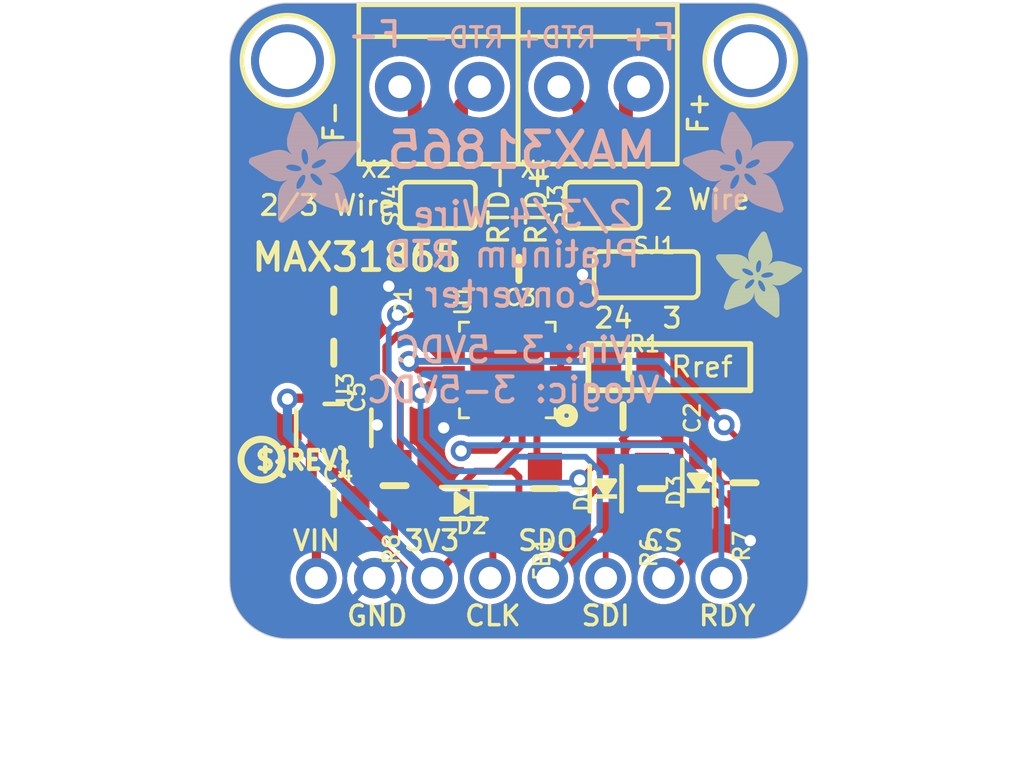
<source format=kicad_pcb>
(kicad_pcb (version 20221018) (generator pcbnew)
  (layers (0 "F.Cu" signal) (31 "B.Cu" signal) (34 "B.Paste" user) (35 "F.Paste" user) (36 "B.SilkS" user "B.Silkscreen") (37 "F.SilkS" user "F.Silkscreen") (38 "B.Mask" user) (39 "F.Mask" user) (44 "Edge.Cuts" user))
  (net 0 "")
  (net 1 "GND")
  (net 2 "VDD")
  (net 3 "N$2")
  (net 4 "N$1")
  (net 5 "RTDIN+")
  (net 6 "FORCE+")
  (net 7 "N$11")
  (net 8 "FORCE-")
  (net 9 "RTDIN-")
  (net 10 "N$12")
  (net 11 "N$13")
  (net 12 "N$14")
  (net 13 "SDI_5V")
  (net 14 "SCLK_5V")
  (net 15 "CS_5V")
  (net 16 "DRDY")
  (net 17 "SDO")
  (net 18 "VIN")
  (net 19 "N$3")
  (net 20 "N$4")
  (footprint "working:FIDUCIAL_1MM" (layer "F.Cu") (at 159.5501 97.2566 90)
    (fp_text reference "FID1" hide)
    (fp_text value "FIDUCIAL\"\"" hide)
    (pad "1" smd roundrect (at 0 0 90) (size 1 1) (layers "F.Cu" "F.Mask") (roundrect_rratio 0.5))
  )
  (footprint "working:SOD-323" (layer "F.Cu") (at 156.3751 112.1156 90)
    (fp_text reference "D3" (at -1.1 -1 90) (layer "F.SilkS") (effects (font (size 0.692831 0.692831) (thickness 0.119969)) (justify left)))
    (fp_text value "1N4148")
    (pad "A" smd rect (at 1.27 0 90) (size 1.35 0.8) (layers "F.Cu" "F.Paste" "F.Mask") (net 10 "N$12"))
    (pad "C" smd rect (at -1.27 0 90) (size 1.35 0.8) (layers "F.Cu" "F.Paste" "F.Mask") (net 15 "CS_5V"))
  )
  (footprint "working:QFN20_4MM_0.65MM" (layer "F.Cu") (at 147.9931 107.1626 90)
    (fp_text reference "U1" (at 2.313 -1.951 90) (layer "F.SilkS") (effects (font (size 0.692831 0.692831) (thickness 0.119969)) (justify left)))
    (fp_text value "MAX31865")
    (pad "1" smd rect (at -1.3 2.34 270) (size 0.35 0.95) (layers "F.Cu" "F.Paste" "F.Mask") (net 3 "N$2"))
    (pad "2" smd rect (at -0.65 2.34 270) (size 0.35 0.95) (layers "F.Cu" "F.Paste" "F.Mask") (net 3 "N$2"))
    (pad "3" smd rect (at 0 2.34 270) (size 0.35 0.95) (layers "F.Cu" "F.Paste" "F.Mask") (net 4 "N$1"))
    (pad "4" smd rect (at 0.65 2.34 270) (size 0.35 0.95) (layers "F.Cu" "F.Paste" "F.Mask") (net 4 "N$1"))
    (pad "5" smd rect (at 1.3 2.34 270) (size 0.35 0.95) (layers "F.Cu" "F.Paste" "F.Mask") (net 6 "FORCE+"))
    (pad "6" smd rect (at 2.34 1.3) (size 0.35 0.95) (layers "F.Cu" "F.Paste" "F.Mask") (net 7 "N$11"))
    (pad "7" smd rect (at 2.34 0.65) (size 0.35 0.95) (layers "F.Cu" "F.Paste" "F.Mask") (net 5 "RTDIN+"))
    (pad "8" smd rect (at 2.34 0) (size 0.35 0.95) (layers "F.Cu" "F.Paste" "F.Mask") (net 9 "RTDIN-"))
    (pad "9" smd rect (at 2.34 -0.65) (size 0.35 0.95) (layers "F.Cu" "F.Paste" "F.Mask") (net 8 "FORCE-"))
    (pad "10" smd rect (at 2.34 -1.3) (size 0.35 0.95) (layers "F.Cu" "F.Paste" "F.Mask") (net 1 "GND"))
    (pad "11" smd rect (at 1.3 -2.34 90) (size 0.35 0.95) (layers "F.Cu" "F.Paste" "F.Mask") (net 12 "N$14"))
    (pad "12" smd rect (at 0.65 -2.34 90) (size 0.35 0.95) (layers "F.Cu" "F.Paste" "F.Mask") (net 11 "N$13"))
    (pad "13" smd rect (at 0 -2.34 90) (size 0.35 0.95) (layers "F.Cu" "F.Paste" "F.Mask") (net 10 "N$12"))
    (pad "14" smd rect (at -0.65 -2.34 90) (size 0.35 0.95) (layers "F.Cu" "F.Paste" "F.Mask") (net 17 "SDO"))
    (pad "15" smd rect (at -1.3 -2.34 90) (size 0.35 0.95) (layers "F.Cu" "F.Paste" "F.Mask") (net 1 "GND"))
    (pad "16" smd rect (at -2.34 -1.3 180) (size 0.35 0.95) (layers "F.Cu" "F.Paste" "F.Mask") (net 1 "GND"))
    (pad "17" smd rect (at -2.34 -0.65 180) (size 0.35 0.95) (layers "F.Cu" "F.Paste" "F.Mask"))
    (pad "18" smd rect (at -2.34 0 180) (size 0.35 0.95) (layers "F.Cu" "F.Paste" "F.Mask") (net 16 "DRDY"))
    (pad "19" smd rect (at -2.34 0.65 180) (size 0.35 0.95) (layers "F.Cu" "F.Paste" "F.Mask") (net 2 "VDD"))
    (pad "20" smd rect (at -2.34 1.3 180) (size 0.35 0.95) (layers "F.Cu" "F.Paste" "F.Mask") (net 20 "N$4"))
    (pad "PAD" smd rect (at 0 0 90) (size 3.25 3.25) (layers "F.Cu" "F.Mask") (net 1 "GND"))
  )
  (footprint "working:0805-NO" (layer "F.Cu") (at 140.3731 113.0046)
    (fp_text reference "C4" (at -0.5715 -1.27) (layer "F.SilkS") (effects (font (size 0.692831 0.692831) (thickness 0.119969)) (justify left)))
    (fp_text value "10uF")
    (pad "1" smd rect (at -0.95 0) (size 1.24 1.5) (layers "F.Cu" "F.Paste" "F.Mask") (net 18 "VIN"))
    (pad "2" smd rect (at 0.95 0) (size 1.24 1.5) (layers "F.Cu" "F.Paste" "F.Mask") (net 1 "GND"))
  )
  (footprint "working:FIDUCIAL_1MM" (layer "F.Cu") (at 137.0711 115.4176 90)
    (fp_text reference "FID2" hide)
    (fp_text value "FIDUCIAL\"\"" hide)
    (pad "1" smd roundrect (at 0 0 90) (size 1 1) (layers "F.Cu" "F.Mask") (roundrect_rratio 0.5))
  )
  (footprint "working:0805-NO" (layer "F.Cu") (at 140.3731 106.4006)
    (fp_text reference "C5" (at 1.016 1.2065 90) (layer "F.SilkS") (effects (font (size 0.692831 0.692831) (thickness 0.119969)) (justify right)))
    (fp_text value "10uF")
    (pad "1" smd rect (at -0.95 0) (size 1.24 1.5) (layers "F.Cu" "F.Paste" "F.Mask") (net 2 "VDD"))
    (pad "2" smd rect (at 0.95 0) (size 1.24 1.5) (layers "F.Cu" "F.Paste" "F.Mask") (net 1 "GND"))
  )
  (footprint "working:MOUNTINGHOLE_2.5_PLATED" (layer "F.Cu") (at 138.3411 93.5736)
    (fp_text reference "U$18" hide)
    (fp_text value "MOUNTINGHOLE2.5" hide)
    (pad "P$1" thru_hole circle (at 0 0) (size 3.2 3.2) (drill 2.5) (layers "*.Cu" "*.Mask"))
    (zone (net 0) (net_name "") (layer "F.Cu") (connect_pads (clearance 0)) (min_thickness 0.25)
      (keepout (tracks not_allowed) (vias not_allowed) (pads not_allowed) (copperpour not_allowed) (footprints allowed))
      (fill (thermal_gap 0.5) (thermal_bridge_width 0.5))
      (polygon (pts (xy 140.3571 93.5736) (xy 140.33748 93.293027) (xy 140.279004 93.017915) (xy 140.182808 92.753619) (xy 140.050765 92.505283) (xy 139.885446 92.27774) (xy 139.690067 92.07542) (xy 139.468433 91.90226) (xy 139.224856 91.761631) (xy 138.964078 91.65627) (xy 138.691175 91.588228) (xy 138.411457 91.558828) (xy 138.130371 91.568644) (xy 137.853385 91.617484) (xy 137.585893 91.704397) (xy 137.3331 91.827693) (xy 137.099926 91.98497) (xy 136.890911 92.173169) (xy 136.710122 92.388625) (xy 136.561078 92.627145) (xy 136.44668 92.884087) (xy 136.369154 93.15445) (xy 136.330011 93.432971) (xy 136.330011 93.714229) (xy 136.369154 93.99275) (xy 136.44668 94.263113) (xy 136.561078 94.520055) (xy 136.710122 94.758575) (xy 136.890911 94.974031) (xy 137.099926 95.16223) (xy 137.3331 95.319507) (xy 137.585893 95.442803) (xy 137.853385 95.529716) (xy 138.130371 95.578556) (xy 138.411457 95.588372) (xy 138.691175 95.558972) (xy 138.964078 95.49093) (xy 139.224856 95.385569) (xy 139.468433 95.24494) (xy 139.690067 95.07178) (xy 139.885446 94.86946) (xy 140.050765 94.641917) (xy 140.182808 94.393581) (xy 140.279004 94.129285) (xy 140.33748 93.854173)))
      (polygon (pts (xy 138.3251 93.5736) (xy 138.329786 93.584914) (xy 138.3411 93.5896) (xy 138.352414 93.584914) (xy 138.3571 93.5736) (xy 138.352414 93.562286) (xy 138.3411 93.5576) (xy 138.329786 93.562286)))
    )
    (zone (net 0) (net_name "") (layer "B.Cu") (connect_pads (clearance 0)) (min_thickness 0.25)
      (keepout (tracks not_allowed) (vias not_allowed) (pads not_allowed) (copperpour not_allowed) (footprints allowed))
      (fill (thermal_gap 0.5) (thermal_bridge_width 0.5))
      (polygon (pts (xy 140.3571 93.5736) (xy 140.33748 93.293027) (xy 140.279004 93.017915) (xy 140.182808 92.753619) (xy 140.050765 92.505283) (xy 139.885446 92.27774) (xy 139.690067 92.07542) (xy 139.468433 91.90226) (xy 139.224856 91.761631) (xy 138.964078 91.65627) (xy 138.691175 91.588228) (xy 138.411457 91.558828) (xy 138.130371 91.568644) (xy 137.853385 91.617484) (xy 137.585893 91.704397) (xy 137.3331 91.827693) (xy 137.099926 91.98497) (xy 136.890911 92.173169) (xy 136.710122 92.388625) (xy 136.561078 92.627145) (xy 136.44668 92.884087) (xy 136.369154 93.15445) (xy 136.330011 93.432971) (xy 136.330011 93.714229) (xy 136.369154 93.99275) (xy 136.44668 94.263113) (xy 136.561078 94.520055) (xy 136.710122 94.758575) (xy 136.890911 94.974031) (xy 137.099926 95.16223) (xy 137.3331 95.319507) (xy 137.585893 95.442803) (xy 137.853385 95.529716) (xy 138.130371 95.578556) (xy 138.411457 95.588372) (xy 138.691175 95.558972) (xy 138.964078 95.49093) (xy 139.224856 95.385569) (xy 139.468433 95.24494) (xy 139.690067 95.07178) (xy 139.885446 94.86946) (xy 140.050765 94.641917) (xy 140.182808 94.393581) (xy 140.279004 94.129285) (xy 140.33748 93.854173)))
      (polygon (pts (xy 138.3251 93.5736) (xy 138.329786 93.584914) (xy 138.3411 93.5896) (xy 138.352414 93.584914) (xy 138.3571 93.5736) (xy 138.352414 93.562286) (xy 138.3411 93.5576) (xy 138.329786 93.562286)))
    )
  )
  (footprint "working:PCBFEAT-REV-040" (layer "F.Cu") (at 137.1981 111.0996)
    (fp_text reference "U$8" hide)
    (fp_text value "" hide)
    (fp_text user "${REV}" (at -0.3556 0.508) (layer "F.SilkS") (effects (font (size 0.8128 0.8128) (thickness 0.2032)) (justify left bottom)))
  )
  (footprint "working:SOD-323" (layer "F.Cu") (at 152.3111 112.3696 90)
    (fp_text reference "D1" (at -1.1 -1 90) (layer "F.SilkS") (effects (font (size 0.692831 0.692831) (thickness 0.119969)) (justify left)))
    (fp_text value "1N4148")
    (pad "A" smd rect (at 1.27 0 90) (size 1.35 0.8) (layers "F.Cu" "F.Paste" "F.Mask") (net 12 "N$14"))
    (pad "C" smd rect (at -1.27 0 90) (size 1.35 0.8) (layers "F.Cu" "F.Paste" "F.Mask") (net 13 "SDI_5V"))
  )
  (footprint "working:TERMBLOCK_1X2-3.5MM" (layer "F.Cu") (at 152.0571 94.7166 180)
    (fp_text reference "X1" (at 2.08 -3.636) (layer "F.SilkS") (effects (font (size 0.692831 0.692831) (thickness 0.119969)) (justify right)))
    (fp_text value "3.5mm")
    (pad "1" thru_hole circle (at 1.8 0 180) (size 2.1844 2.1844) (drill 1) (layers "*.Cu" "*.Mask") (net 5 "RTDIN+"))
    (pad "2" thru_hole circle (at -1.7 0 180) (size 2.1844 2.1844) (drill 1) (layers "*.Cu" "*.Mask") (net 6 "FORCE+"))
  )
  (footprint "working:SOD-323" (layer "F.Cu") (at 146.0881 113.0046 180)
    (fp_text reference "D2" (at -1.1 -1) (layer "F.SilkS") (effects (font (size 0.692831 0.692831) (thickness 0.119969)) (justify right)))
    (fp_text value "1N4148")
    (pad "A" smd rect (at 1.27 0 180) (size 1.35 0.8) (layers "F.Cu" "F.Paste" "F.Mask") (net 11 "N$13"))
    (pad "C" smd rect (at -1.27 0 180) (size 1.35 0.8) (layers "F.Cu" "F.Paste" "F.Mask") (net 14 "SCLK_5V"))
  )
  (footprint "working:0805-NO" (layer "F.Cu") (at 149.6441 112.3696 -90)
    (fp_text reference "FB1" (at 2.032 0.127 90) (layer "F.SilkS") (effects (font (size 0.692831 0.692831) (thickness 0.119969)) (justify right)))
    (fp_text value "")
    (pad "1" smd rect (at -0.95 0 270) (size 1.24 1.5) (layers "F.Cu" "F.Paste" "F.Mask") (net 20 "N$4"))
    (pad "2" smd rect (at 0.95 0 270) (size 1.24 1.5) (layers "F.Cu" "F.Paste" "F.Mask") (net 2 "VDD"))
  )
  (footprint "working:SOLDERJUMPER_ARROW_NOPASTE" (layer "F.Cu") (at 152.1841 99.9236)
    (fp_text reference "SJ3" (at -2.032 1.016 90) (layer "F.SilkS") (effects (font (size 0.692831 0.692831) (thickness 0.119969)) (justify left)))
    (fp_text value "")
    (fp_poly (pts (xy 0.201021 0) (xy -0.560979 0.762) (xy -1.1684 0.762) (xy -1.1684 -0.762) (xy -0.560979 -0.762)) (fill solid) (layer "F.Cu"))
    (fp_poly (pts (xy 1.1684 0.762) (xy -0.186831 0.762) (xy 0.548892 0) (xy -0.186831 -0.762) (xy 1.1684 -0.762)) (fill solid) (layer "F.Cu"))
    (pad "1" smd roundrect (at -1.016 0) (size 0.762 1.524) (layers "F.Cu") (net 5 "RTDIN+"))
    (pad "2" smd roundrect (at 1.016 0) (size 0.762 1.524) (layers "F.Cu") (net 6 "FORCE+"))
  )
  (footprint "working:0805-NO" (layer "F.Cu") (at 153.3271 107.0356 180)
    (fp_text reference "R1" (at 0.0635 1.016) (layer "F.SilkS") (effects (font (size 0.692831 0.692831) (thickness 0.119969)) (justify left)))
    (fp_text value "430Ω / 4300Ω 0.1%")
    (pad "1" smd rect (at -0.95 0 180) (size 1.24 1.5) (layers "F.Cu" "F.Paste" "F.Mask") (net 4 "N$1"))
    (pad "2" smd rect (at 0.95 0 180) (size 1.24 1.5) (layers "F.Cu" "F.Paste" "F.Mask") (net 3 "N$2"))
  )
  (footprint "working:0805-NO" (layer "F.Cu") (at 140.3731 104.1146)
    (fp_text reference "C1" (at 3.048 0.8255 90) (layer "F.SilkS") (effects (font (size 0.692831 0.692831) (thickness 0.119969)) (justify left)))
    (fp_text value "0.1uF")
    (pad "1" smd rect (at -0.95 0) (size 1.24 1.5) (layers "F.Cu" "F.Paste" "F.Mask") (net 2 "VDD"))
    (pad "2" smd rect (at 0.95 0) (size 1.24 1.5) (layers "F.Cu" "F.Paste" "F.Mask") (net 1 "GND"))
  )
  (footprint "working:1X08_ROUND_70" (layer "F.Cu") (at 148.5011 116.3066)
    (fp_text reference "JP1" hide)
    (fp_text value "")
    (pad "1" thru_hole circle (at -8.89 0 90) (size 1.778 1.778) (drill 1) (layers "*.Cu" "*.Mask") (net 18 "VIN"))
    (pad "2" thru_hole circle (at -6.35 0 90) (size 1.778 1.778) (drill 1) (layers "*.Cu" "*.Mask") (net 1 "GND"))
    (pad "3" thru_hole circle (at -3.81 0 90) (size 1.778 1.778) (drill 1) (layers "*.Cu" "*.Mask") (net 2 "VDD"))
    (pad "4" thru_hole circle (at -1.27 0 90) (size 1.778 1.778) (drill 1) (layers "*.Cu" "*.Mask") (net 14 "SCLK_5V"))
    (pad "5" thru_hole circle (at 1.27 0 90) (size 1.778 1.778) (drill 1) (layers "*.Cu" "*.Mask") (net 17 "SDO"))
    (pad "6" thru_hole circle (at 3.81 0 90) (size 1.778 1.778) (drill 1) (layers "*.Cu" "*.Mask") (net 13 "SDI_5V"))
    (pad "7" thru_hole circle (at 6.35 0 90) (size 1.778 1.778) (drill 1) (layers "*.Cu" "*.Mask") (net 15 "CS_5V"))
    (pad "8" thru_hole circle (at 8.89 0 90) (size 1.778 1.778) (drill 1) (layers "*.Cu" "*.Mask") (net 16 "DRDY"))
  )
  (footprint "working:0805-NO" (layer "F.Cu") (at 148.5011 102.7176 180)
    (fp_text reference "C3" (at -0.8255 -1.27) (layer "F.SilkS") (effects (font (size 0.692831 0.692831) (thickness 0.119969)) (justify right)))
    (fp_text value "100nF")
    (pad "1" smd rect (at -0.95 0 180) (size 1.24 1.5) (layers "F.Cu" "F.Paste" "F.Mask") (net 5 "RTDIN+"))
    (pad "2" smd rect (at 0.95 0 180) (size 1.24 1.5) (layers "F.Cu" "F.Paste" "F.Mask") (net 9 "RTDIN-"))
  )
  (footprint "working:MOUNTINGHOLE_2.5_PLATED" (layer "F.Cu") (at 158.6611 93.5736)
    (fp_text reference "U$19" hide)
    (fp_text value "MOUNTINGHOLE2.5" hide)
    (pad "P$1" thru_hole circle (at 0 0) (size 3.2 3.2) (drill 2.5) (layers "*.Cu" "*.Mask"))
    (zone (net 0) (net_name "") (layer "F.Cu") (connect_pads (clearance 0)) (min_thickness 0.25)
      (keepout (tracks not_allowed) (vias not_allowed) (pads not_allowed) (copperpour not_allowed) (footprints allowed))
      (fill (thermal_gap 0.5) (thermal_bridge_width 0.5))
      (polygon (pts (xy 160.6771 93.5736) (xy 160.65748 93.293027) (xy 160.599004 93.017915) (xy 160.502808 92.753619) (xy 160.370765 92.505283) (xy 160.205446 92.27774) (xy 160.010067 92.07542) (xy 159.788433 91.90226) (xy 159.544856 91.761631) (xy 159.284078 91.65627) (xy 159.011175 91.588228) (xy 158.731457 91.558828) (xy 158.450371 91.568644) (xy 158.173385 91.617484) (xy 157.905893 91.704397) (xy 157.6531 91.827693) (xy 157.419926 91.98497) (xy 157.210911 92.173169) (xy 157.030122 92.388625) (xy 156.881078 92.627145) (xy 156.76668 92.884087) (xy 156.689154 93.15445) (xy 156.650011 93.432971) (xy 156.650011 93.714229) (xy 156.689154 93.99275) (xy 156.76668 94.263113) (xy 156.881078 94.520055) (xy 157.030122 94.758575) (xy 157.210911 94.974031) (xy 157.419926 95.16223) (xy 157.6531 95.319507) (xy 157.905893 95.442803) (xy 158.173385 95.529716) (xy 158.450371 95.578556) (xy 158.731457 95.588372) (xy 159.011175 95.558972) (xy 159.284078 95.49093) (xy 159.544856 95.385569) (xy 159.788433 95.24494) (xy 160.010067 95.07178) (xy 160.205446 94.86946) (xy 160.370765 94.641917) (xy 160.502808 94.393581) (xy 160.599004 94.129285) (xy 160.65748 93.854173)))
      (polygon (pts (xy 158.6451 93.5736) (xy 158.649786 93.584914) (xy 158.6611 93.5896) (xy 158.672414 93.584914) (xy 158.6771 93.5736) (xy 158.672414 93.562286) (xy 158.6611 93.5576) (xy 158.649786 93.562286)))
    )
    (zone (net 0) (net_name "") (layer "B.Cu") (connect_pads (clearance 0)) (min_thickness 0.25)
      (keepout (tracks not_allowed) (vias not_allowed) (pads not_allowed) (copperpour not_allowed) (footprints allowed))
      (fill (thermal_gap 0.5) (thermal_bridge_width 0.5))
      (polygon (pts (xy 160.6771 93.5736) (xy 160.65748 93.293027) (xy 160.599004 93.017915) (xy 160.502808 92.753619) (xy 160.370765 92.505283) (xy 160.205446 92.27774) (xy 160.010067 92.07542) (xy 159.788433 91.90226) (xy 159.544856 91.761631) (xy 159.284078 91.65627) (xy 159.011175 91.588228) (xy 158.731457 91.558828) (xy 158.450371 91.568644) (xy 158.173385 91.617484) (xy 157.905893 91.704397) (xy 157.6531 91.827693) (xy 157.419926 91.98497) (xy 157.210911 92.173169) (xy 157.030122 92.388625) (xy 156.881078 92.627145) (xy 156.76668 92.884087) (xy 156.689154 93.15445) (xy 156.650011 93.432971) (xy 156.650011 93.714229) (xy 156.689154 93.99275) (xy 156.76668 94.263113) (xy 156.881078 94.520055) (xy 157.030122 94.758575) (xy 157.210911 94.974031) (xy 157.419926 95.16223) (xy 157.6531 95.319507) (xy 157.905893 95.442803) (xy 158.173385 95.529716) (xy 158.450371 95.578556) (xy 158.731457 95.588372) (xy 159.011175 95.558972) (xy 159.284078 95.49093) (xy 159.544856 95.385569) (xy 159.788433 95.24494) (xy 160.010067 95.07178) (xy 160.205446 94.86946) (xy 160.370765 94.641917) (xy 160.502808 94.393581) (xy 160.599004 94.129285) (xy 160.65748 93.854173)))
      (polygon (pts (xy 158.6451 93.5736) (xy 158.649786 93.584914) (xy 158.6611 93.5896) (xy 158.672414 93.584914) (xy 158.6771 93.5736) (xy 158.672414 93.562286) (xy 158.6611 93.5576) (xy 158.649786 93.562286)))
    )
  )
  (footprint "working:TERMBLOCK_1X2-3.5MM" (layer "F.Cu") (at 145.0721 94.7166 180)
    (fp_text reference "X2" (at 2.08 -3.636) (layer "F.SilkS") (effects (font (size 0.692831 0.692831) (thickness 0.119969)) (justify right)))
    (fp_text value "3.5mm")
    (pad "1" thru_hole circle (at 1.8 0 180) (size 2.1844 2.1844) (drill 1) (layers "*.Cu" "*.Mask") (net 8 "FORCE-"))
    (pad "2" thru_hole circle (at -1.7 0 180) (size 2.1844 2.1844) (drill 1) (layers "*.Cu" "*.Mask") (net 9 "RTDIN-"))
  )
  (footprint "working:SOLDERJUMPER_ARROW_NOPASTE" (layer "F.Cu") (at 144.9451 99.9236)
    (fp_text reference "SJ4" (at -2.032 1.016 90) (layer "F.SilkS") (effects (font (size 0.692831 0.692831) (thickness 0.119969)) (justify left)))
    (fp_text value "")
    (fp_poly (pts (xy 0.201021 0) (xy -0.560979 0.762) (xy -1.1684 0.762) (xy -1.1684 -0.762) (xy -0.560979 -0.762)) (fill solid) (layer "F.Cu"))
    (fp_poly (pts (xy 1.1684 0.762) (xy -0.186831 0.762) (xy 0.548892 0) (xy -0.186831 -0.762) (xy 1.1684 -0.762)) (fill solid) (layer "F.Cu"))
    (pad "1" smd roundrect (at -1.016 0) (size 0.762 1.524) (layers "F.Cu") (net 8 "FORCE-"))
    (pad "2" smd roundrect (at 1.016 0) (size 0.762 1.524) (layers "F.Cu") (net 9 "RTDIN-"))
  )
  (footprint "working:SOLDERJUMPER_2WAY_OPEN_NOPASTE" (layer "F.Cu") (at 154.0891 102.9716)
    (fp_text reference "SJ1" (at -0.635 -1.27) (layer "F.SilkS") (effects (font (size 0.692831 0.692831) (thickness 0.119969)) (justify left)))
    (fp_text value "")
    (pad "1" smd rect (at -1.397 0) (size 1.1684 1.6002) (layers "F.Cu") (net 1 "GND"))
    (pad "2" smd rect (at 0 0) (size 1.1684 1.6002) (layers "F.Cu") (net 7 "N$11"))
    (pad "3" smd rect (at 1.397 0) (size 1.1684 1.6002) (layers "F.Cu") (net 6 "FORCE+"))
  )
  (footprint "working:0805-NO" (layer "F.Cu") (at 154.3431 112.3696 -90)
    (fp_text reference "R6" (at 2.032 0.127 90) (layer "F.SilkS") (effects (font (size 0.692831 0.692831) (thickness 0.119969)) (justify right)))
    (fp_text value "10K")
    (pad "1" smd rect (at -0.95 0 270) (size 1.24 1.5) (layers "F.Cu" "F.Paste" "F.Mask") (net 12 "N$14"))
    (pad "2" smd rect (at 0.95 0 270) (size 1.24 1.5) (layers "F.Cu" "F.Paste" "F.Mask") (net 2 "VDD"))
  )
  (footprint "working:0805-NO" (layer "F.Cu") (at 153.0731 109.1946)
    (fp_text reference "C2" (at 3.048 0.8255 90) (layer "F.SilkS") (effects (font (size 0.692831 0.692831) (thickness 0.119969)) (justify left)))
    (fp_text value "0.1uF")
    (pad "1" smd rect (at -0.95 0) (size 1.24 1.5) (layers "F.Cu" "F.Paste" "F.Mask") (net 20 "N$4"))
    (pad "2" smd rect (at 0.95 0) (size 1.24 1.5) (layers "F.Cu" "F.Paste" "F.Mask") (net 1 "GND"))
  )
  (footprint "working:0805-NO" (layer "F.Cu") (at 158.4071 112.1156 -90)
    (fp_text reference "R7" (at 2.032 0.127 90) (layer "F.SilkS") (effects (font (size 0.692831 0.692831) (thickness 0.119969)) (justify right)))
    (fp_text value "10K")
    (pad "1" smd rect (at -0.95 0 270) (size 1.24 1.5) (layers "F.Cu" "F.Paste" "F.Mask") (net 10 "N$12"))
    (pad "2" smd rect (at 0.95 0 270) (size 1.24 1.5) (layers "F.Cu" "F.Paste" "F.Mask") (net 2 "VDD"))
  )
  (footprint "working:SOT23-5" (layer "F.Cu") (at 140.3731 109.7026)
    (fp_text reference "U3" (at 0.508 -0.962 90) (layer "F.SilkS") (effects (font (size 0.692831 0.692831) (thickness 0.119969)) (justify left)))
    (fp_text value "MIC5225-3.3")
    (pad "1" smd rect (at -0.95 1.3001) (size 0.55 1.2) (layers "F.Cu" "F.Paste" "F.Mask") (net 18 "VIN"))
    (pad "2" smd rect (at 0 1.3001) (size 0.55 1.2) (layers "F.Cu" "F.Paste" "F.Mask") (net 1 "GND"))
    (pad "3" smd rect (at 0.95 1.3001) (size 0.55 1.2) (layers "F.Cu" "F.Paste" "F.Mask") (net 18 "VIN"))
    (pad "4" smd rect (at 0.95 -1.3001) (size 0.55 1.2) (layers "F.Cu" "F.Paste" "F.Mask"))
    (pad "5" smd rect (at -0.95 -1.3001) (size 0.55 1.2) (layers "F.Cu" "F.Paste" "F.Mask") (net 2 "VDD"))
  )
  (footprint "working:0805-NO" (layer "F.Cu") (at 143.0401 112.2426 -90)
    (fp_text reference "R8" (at 2.032 0.127 90) (layer "F.SilkS") (effects (font (size 0.692831 0.692831) (thickness 0.119969)) (justify right)))
    (fp_text value "10K")
    (pad "1" smd rect (at -0.95 0 270) (size 1.24 1.5) (layers "F.Cu" "F.Paste" "F.Mask") (net 11 "N$13"))
    (pad "2" smd rect (at 0.95 0 270) (size 1.24 1.5) (layers "F.Cu" "F.Paste" "F.Mask") (net 2 "VDD"))
  )
  (footprint "working:ADAFRUIT_3.5MM" (layer "F.Cu") (at 157.1371 104.8766)
    (fp_text reference "U$16" hide)
    (fp_text value "" hide)
  )
  (footprint "working:ADAFRUIT_5MM" (layer "B.Cu") (at 160.5661 100.6856 180)
    (fp_text reference "U$21" hide)
    (fp_text value "" hide)
  )
  (footprint "working:ADAFRUIT_5MM" (layer "B.Cu") (at 141.5161 100.6856 180)
    (fp_text reference "U$20" hide)
    (fp_text value "" hide)
  )
  (gr_line (start 151.5491 108.0516) (end 151.5491 106.0196) (stroke (width 0.254)) (layer "F.SilkS"))
  (gr_line (start 158.6611 108.0516) (end 151.5491 108.0516) (stroke (width 0.254)) (layer "F.SilkS"))
  (gr_line (start 158.6611 106.0196) (end 158.6611 108.0516) (stroke (width 0.254)) (layer "F.SilkS"))
  (gr_line (start 151.5491 106.0196) (end 158.6611 106.0196) (stroke (width 0.254)) (layer "F.SilkS"))
  (gr_line (start 161.2011 116.4336) (end 161.2011 93.5736) (stroke (width 0.05)) (layer "Edge.Cuts"))
  (gr_line (start 158.6611 91.0336) (end 138.3411 91.0336) (stroke (width 0.05)) (layer "Edge.Cuts"))
  (gr_line (start 135.8011 93.5736) (end 135.8011 116.4336) (stroke (width 0.05)) (layer "Edge.Cuts"))
  (gr_arc (start 161.2011 116.4336) (mid 160.457151 118.229651) (end 158.6611 118.9736) (stroke (width 0.05)) (layer "Edge.Cuts"))
  (gr_line (start 138.3411 118.9736) (end 158.6611 118.9736) (stroke (width 0.05)) (layer "Edge.Cuts"))
  (gr_arc (start 138.3411 118.9736) (mid 136.545049 118.229651) (end 135.8011 116.4336) (stroke (width 0.05)) (layer "Edge.Cuts"))
  (gr_arc (start 135.8011 93.5736) (mid 136.545049 91.777549) (end 138.3411 91.0336) (stroke (width 0.05)) (layer "Edge.Cuts"))
  (gr_arc (start 158.6611 91.0336) (mid 160.457151 91.777549) (end 161.2011 93.5736) (stroke (width 0.05)) (layer "Edge.Cuts"))
  (gr_text "Vin: 3-5VDC\nVlogic: 3-5VDC" (at 148.2471 107.1626) (layer "B.SilkS") (effects (font (size 1.0922 1.0922) (thickness 0.1778)) (justify mirror)))
  (gr_text "MAX31865" (at 148.6281 97.5106) (layer "B.SilkS") (effects (font (size 1.52908 1.52908) (thickness 0.24892)) (justify mirror)))
  (gr_text "RTD+" (at 150.1521 92.5576) (layer "B.SilkS") (effects (font (size 0.87376 0.87376) (thickness 0.14224)) (justify mirror)))
  (gr_text "2/3/4 Wire \nPlatinum RTD\nConverter" (at 148.2471 102.0826) (layer "B.SilkS") (effects (font (size 1.0922 1.0922) (thickness 0.1778)) (justify mirror)))
  (gr_text "RTD-" (at 146.0881 92.5576) (layer "B.SilkS") (effects (font (size 0.87376 0.87376) (thickness 0.14224)) (justify mirror)))
  (gr_text "F-" (at 142.1511 92.4306) (layer "B.SilkS") (effects (font (size 1.0922 1.0922) (thickness 0.1778)) (justify mirror)))
  (gr_text "F+" (at 154.2161 92.5576) (layer "B.SilkS") (effects (font (size 1.0922 1.0922) (thickness 0.1778)) (justify mirror)))
  (gr_text "RTD-" (at 147.6121 99.9236 90) (layer "F.SilkS") (effects (font (size 0.8636 0.8636) (thickness 0.1524))))
  (gr_text "RTD+" (at 149.2631 99.9236 90) (layer "F.SilkS") (effects (font (size 0.8636 0.8636) (thickness 0.1524))))
  (gr_text "Rref" (at 155.1051 107.5436) (layer "F.SilkS") (effects (font (size 0.88392 0.88392) (thickness 0.13208)) (justify left bottom)))
  (gr_text "SDI" (at 152.3111 117.9576) (layer "F.SilkS") (effects (font (size 0.8636 0.8636) (thickness 0.1524))))
  (gr_text "24" (at 153.5811 104.3686) (layer "F.SilkS") (effects (font (size 0.87376 0.87376) (thickness 0.14224)) (justify right top)))
  (gr_text "CS" (at 154.8511 114.6556) (layer "F.SilkS") (effects (font (size 0.8636 0.8636) (thickness 0.1524))))
  (gr_text "MAX31865" (at 141.3891 102.2096) (layer "F.SilkS") (effects (font (size 1.18745 1.18745) (thickness 0.20955))))
  (gr_text "2/3 Wire" (at 143.1671 99.4156) (layer "F.SilkS") (effects (font (size 0.87376 0.87376) (thickness 0.14224)) (justify right top)))
  (gr_text "GND" (at 142.2781 117.9576) (layer "F.SilkS") (effects (font (size 0.8636 0.8636) (thickness 0.1524))))
  (gr_text "SDO" (at 149.7711 114.6556) (layer "F.SilkS") (effects (font (size 0.8636 0.8636) (thickness 0.1524))))
  (gr_text "CLK" (at 147.3581 117.9576) (layer "F.SilkS") (effects (font (size 0.8636 0.8636) (thickness 0.1524))))
  (gr_text "RDY" (at 157.6451 117.9576) (layer "F.SilkS") (effects (font (size 0.8636 0.8636) (thickness 0.1524))))
  (gr_text "3V3" (at 144.6911 114.6556) (layer "F.SilkS") (effects (font (size 0.8636 0.8636) (thickness 0.1524))))
  (gr_text "F+" (at 156.3751 95.8596 90) (layer "F.SilkS") (effects (font (size 0.8636 0.8636) (thickness 0.1524))))
  (gr_text "VIN" (at 139.6111 114.6556) (layer "F.SilkS") (effects (font (size 0.8636 0.8636) (thickness 0.1524))))
  (gr_text "F-" (at 140.3731 96.2406 90) (layer "F.SilkS") (effects (font (size 0.8636 0.8636) (thickness 0.1524))))
  (gr_text "2 Wire" (at 154.3431 100.1776) (layer "F.SilkS") (effects (font (size 0.87376 0.87376) (thickness 0.14224)) (justify left bottom)))
  (gr_text "3" (at 155.7401 104.3686) (layer "F.SilkS") (effects (font (size 0.87376 0.87376) (thickness 0.14224)) (justify right top)))
  (segment (start 141.3231 112.6846) (end 141.3231 113.0046) (width 0.4064) (layer "F.Cu") (net 1))
  (segment (start 140.3731 111.0027) (end 140.3731 111.7346) (width 0.4064) (layer "F.Cu") (net 1))
  (segment (start 147.9931 107.1626) (end 148.8821 108.0516) (width 0.3048) (layer "F.Cu") (net 1))
  (segment (start 147.9931 107.1626) (end 146.6931 108.4626) (width 0.254) (layer "F.Cu") (net 1))
  (segment (start 140.3731 111.7346) (end 141.3231 112.6846) (width 0.4064) (layer "F.Cu") (net 1))
  (segment (start 146.6931 109.5026) (end 146.6931 108.2086) (width 0.254) (layer "F.Cu") (net 1))
  (segment (start 146.6931 108.4626) (end 145.6531 108.4626) (width 0.254) (layer "F.Cu") (net 1))
  (segment (start 146.6931 104.8226) (end 146.6931 105.6086) (width 0.254) (layer "F.Cu") (net 1))
  (via (at 158.6611 114.6556) (size 0.9064) (drill 0.5) (layers "F.Cu" "B.Cu") (net 1))
  (via (at 151.2951 102.9716) (size 0.9064) (drill 0.5) (layers "F.Cu" "B.Cu") (net 1))
  (via (at 145.1991 109.7026) (size 0.9064) (drill 0.5) (layers "F.Cu" "B.Cu") (net 1))
  (via (at 142.7861 103.4796) (size 0.9064) (drill 0.5) (layers "F.Cu" "B.Cu") (net 1))
  (via (at 142.2781 109.5756) (size 0.9064) (drill 0.5) (layers "F.Cu" "B.Cu") (net 1))
  (segment (start 146.5961 111.6076) (end 146.0881 112.1156) (width 0.3048) (layer "F.Cu") (net 2))
  (segment (start 148.5011 113.0046) (end 148.5011 111.8616) (width 0.3048) (layer "F.Cu") (net 2))
  (segment (start 146.0881 114.9096) (end 144.6911 116.3066) (width 0.3048) (layer "F.Cu") (net 2))
  (segment (start 148.8161 113.3196) (end 148.5011 113.0046) (width 0.3048) (layer "F.Cu") (net 2))
  (segment (start 139.4231 106.4006) (end 139.4231 104.1146) (width 0.4064) (layer "F.Cu") (net 2))
  (segment (start 152.8191 112.3696) (end 153.5811 113.1316) (width 0.254) (layer "F.Cu") (net 2))
  (segment (start 154.7241 113.2586) (end 154.2161 113.2586) (width 0.3048) (layer "F.Cu") (net 2))
  (segment (start 138.3712 108.4025) (end 138.3411 108.4326) (width 0.4064) (layer "F.Cu") (net 2))
  (segment (start 154.1551 113.1316) (end 154.3431 113.3196) (width 0.254) (layer "F.Cu") (net 2))
  (segment (start 156.8831 112.2426) (end 157.7721 113.1316) (width 0.3048) (layer "F.Cu") (net 2))
  (segment (start 147.4851 111.6076) (end 148.2471 111.6076) (width 0.3048) (layer "F.Cu") (net 2))
  (segment (start 154.3431 113.3196) (end 154.6631 113.3196) (width 0.3048) (layer "F.Cu") (net 2))
  (segment (start 155.7401 112.2426) (end 154.7241 113.2586) (width 0.3048) (layer "F.Cu") (net 2))
  (segment (start 154.6631 113.3196) (end 154.7241 113.2586) (width 0.3048) (layer "F.Cu") (net 2))
  (segment (start 148.6431 109.5026) (end 148.6431 110.4496) (width 0.3048) (layer "F.Cu") (net 2))
  (segment (start 151.9301 112.3696) (end 152.8191 112.3696) (width 0.254) (layer "F.Cu") (net 2))
  (segment (start 148.2471 111.6076) (end 148.5011 111.8616) (width 0.3048) (layer "F.Cu") (net 2))
  (segment (start 139.4231 108.4025) (end 139.4231 106.4006) (width 0.4064) (layer "F.Cu") (net 2))
  (segment (start 150.9801 113.3196) (end 149.6441 113.3196) (width 0.254) (layer "F.Cu") (net 2))
  (segment (start 157.7721 113.1316) (end 158.3411 113.1316) (width 0.3048) (layer "F.Cu") (net 2))
  (segment (start 155.7401 112.2426) (end 156.8831 112.2426) (width 0.3048) (layer "F.Cu") (net 2))
  (segment (start 139.4231 108.4025) (end 138.3712 108.4025) (width 0.4064) (layer "F.Cu") (net 2))
  (segment (start 146.0881 112.1156) (end 146.0881 114.9096) (width 0.3048) (layer "F.Cu") (net 2))
  (segment (start 143.0401 114.6556) (end 143.0401 113.1926) (width 0.3048) (layer "F.Cu") (net 2))
  (segment (start 150.9801 113.3196) (end 151.9301 112.3696) (width 0.254) (layer "F.Cu") (net 2))
  (segment (start 148.6431 110.4496) (end 147.4851 111.6076) (width 0.3048) (layer "F.Cu") (net 2))
  (segment (start 144.6911 116.3066) (end 143.0401 114.6556) (width 0.3048) (layer "F.Cu") (net 2))
  (segment (start 147.4851 111.6076) (end 146.5961 111.6076) (width 0.3048) (layer "F.Cu") (net 2))
  (segment (start 158.3411 113.1316) (end 158.4071 113.0656) (width 0.3048) (layer "F.Cu") (net 2))
  (segment (start 149.6441 113.3196) (end 148.8161 113.3196) (width 0.3048) (layer "F.Cu") (net 2))
  (segment (start 153.5811 113.1316) (end 154.1551 113.1316) (width 0.254) (layer "F.Cu") (net 2))
  (via (at 138.3411 108.4326) (size 0.9064) (drill 0.5) (layers "F.Cu" "B.Cu") (net 2))
  (segment (start 138.3411 109.9566) (end 144.6911 116.3066) (width 0.4064) (layer "B.Cu") (net 2))
  (segment (start 138.3411 108.4326) (end 138.3411 109.9566) (width 0.4064) (layer "B.Cu") (net 2))
  (segment (start 151.0411 107.7976) (end 151.8031 107.0356) (width 0.3048) (layer "F.Cu") (net 3))
  (segment (start 151.8031 107.0356) (end 152.3771 107.0356) (width 0.3048) (layer "F.Cu") (net 3))
  (segment (start 150.3331 108.4626) (end 151.0411 108.4626) (width 0.3048) (layer "F.Cu") (net 3))
  (segment (start 150.3331 107.7976) (end 150.3331 107.8126) (width 0.3048) (layer "F.Cu") (net 3))
  (segment (start 151.0411 108.4626) (end 151.0411 107.7976) (width 0.3048) (layer "F.Cu") (net 3))
  (segment (start 151.0411 107.7976) (end 150.3331 107.7976) (width 0.3048) (layer "F.Cu") (net 3))
  (segment (start 153.9621 106.1466) (end 154.2771 106.4616) (width 0.254) (layer "F.Cu") (net 4))
  (segment (start 150.3331 107.1626) (end 150.3331 106.5126) (width 0.3048) (layer "F.Cu") (net 4))
  (segment (start 151.5491 105.8926) (end 153.7081 105.8926) (width 0.3048) (layer "F.Cu") (net 4))
  (segment (start 154.2771 106.4616) (end 154.2771 107.0356) (width 0.254) (layer "F.Cu") (net 4))
  (segment (start 153.7081 105.8926) (end 153.9621 106.1466) (width 0.3048) (layer "F.Cu") (net 4))
  (segment (start 150.9291 106.5126) (end 151.5491 105.8926) (width 0.3048) (layer "F.Cu") (net 4))
  (segment (start 150.3331 106.5126) (end 150.9291 106.5126) (width 0.3048) (layer "F.Cu") (net 4))
  (segment (start 150.2571 94.7166) (end 151.1681 95.6276) (width 0.6096) (layer "F.Cu") (net 5))
  (segment (start 148.6431 104.8226) (end 148.6431 103.5256) (width 0.3048) (layer "F.Cu") (net 5))
  (segment (start 149.4511 101.6406) (end 151.1681 99.9236) (width 0.6096) (layer "F.Cu") (net 5))
  (segment (start 151.1681 95.6276) (end 151.1681 99.9236) (width 0.6096) (layer "F.Cu") (net 5))
  (segment (start 148.6431 103.5256) (end 149.4511 102.7176) (width 0.3048) (layer "F.Cu") (net 5))
  (segment (start 149.4511 101.6406) (end 149.4511 102.7176) (width 0.6096) (layer "F.Cu") (net 5))
  (segment (start 153.2001 95.2736) (end 153.2001 99.9236) (width 0.6096) (layer "F.Cu") (net 6))
  (segment (start 155.4861 103.8606) (end 155.4861 102.9716) (width 0.3048) (layer "F.Cu") (net 6))
  (segment (start 153.7571 94.7166) (end 153.2001 95.2736) (width 0.6096) (layer "F.Cu") (net 6))
  (segment (start 150.3331 105.8626) (end 150.9381 105.2576) (width 0.3048) (layer "F.Cu") (net 6))
  (segment (start 155.4861 100.9396) (end 154.4701 99.9236) (width 0.6096) (layer "F.Cu") (net 6))
  (segment (start 150.9381 105.2576) (end 154.0891 105.2576) (width 0.3048) (layer "F.Cu") (net 6))
  (segment (start 154.4701 99.9236) (end 153.2001 99.9236) (width 0.6096) (layer "F.Cu") (net 6))
  (segment (start 155.4861 102.9716) (end 155.4861 100.9396) (width 0.6096) (layer "F.Cu") (net 6))
  (segment (start 154.0891 105.2576) (end 155.4861 103.8606) (width 0.3048) (layer "F.Cu") (net 6))
  (segment (start 149.2931 104.8226) (end 149.7471 104.3686) (width 0.3048) (layer "F.Cu") (net 7))
  (segment (start 153.9621 104.1146) (end 153.9621 103.0986) (width 0.3048) (layer "F.Cu") (net 7))
  (segment (start 149.7471 104.3686) (end 153.7081 104.3686) (width 0.3048) (layer "F.Cu") (net 7))
  (segment (start 153.7081 104.3686) (end 153.9621 104.1146) (width 0.3048) (layer "F.Cu") (net 7))
  (segment (start 153.9621 103.0986) (end 154.0891 102.9716) (width 0.3048) (layer "F.Cu") (net 7))
  (segment (start 147.3431 104.8226) (end 147.3431 104.0996) (width 0.254) (layer "F.Cu") (net 8))
  (segment (start 147.1041 103.8606) (end 146.2151 103.8606) (width 0.254) (layer "F.Cu") (net 8))
  (segment (start 146.2151 103.8606) (end 143.9291 101.5746) (width 0.3048) (layer "F.Cu") (net 8))
  (segment (start 143.9291 99.9236) (end 143.9291 95.3736) (width 0.6096) (layer "F.Cu") (net 8))
  (segment (start 143.9291 95.3736) (end 143.2721 94.7166) (width 0.6096) (layer "F.Cu") (net 8))
  (segment (start 143.9291 101.5746) (end 143.9291 99.9236) (width 0.4064) (layer "F.Cu") (net 8))
  (segment (start 147.3431 104.0996) (end 147.1041 103.8606) (width 0.254) (layer "F.Cu") (net 8))
  (segment (start 145.9611 95.5276) (end 146.7721 94.7166) (width 0.6096) (layer "F.Cu") (net 9))
  (segment (start 147.5511 103.0376) (end 147.5511 102.7176) (width 0.3048) (layer "F.Cu") (net 9))
  (segment (start 147.9931 103.1596) (end 147.5511 102.7176) (width 0.3048) (layer "F.Cu") (net 9))
  (segment (start 145.9611 99.9236) (end 145.9611 95.5276) (width 0.6096) (layer "F.Cu") (net 9))
  (segment (start 147.9931 104.8226) (end 147.9931 103.1596) (width 0.3048) (layer "F.Cu") (net 9))
  (segment (start 145.9611 99.9236) (end 147.5511 101.5136) (width 0.6096) (layer "F.Cu") (net 9))
  (segment (start 147.5511 101.5136) (end 147.5511 102.7176) (width 0.6096) (layer "F.Cu") (net 9))
  (segment (start 158.5341 111.0386) (end 158.5341 110.5916) (width 0.254) (layer "F.Cu") (net 10))
  (segment (start 158.5341 111.0386) (end 158.4071 111.1656) (width 0.3048) (layer "F.Cu") (net 10))
  (segment (start 158.0871 110.8456) (end 156.3751 110.8456) (width 0.254) (layer "F.Cu") (net 10))
  (segment (start 144.0561 107.1626) (end 143.6751 106.7816) (width 0.3048) (layer "F.Cu") (net 10))
  (segment (start 158.5341 110.5916) (end 157.5181 109.5756) (width 0.254) (layer "F.Cu") (net 10))
  (segment (start 145.6531 107.1626) (end 144.0561 107.1626) (width 0.3048) (layer "F.Cu") (net 10))
  (segment (start 158.4071 111.1656) (end 158.0871 110.8456) (width 0.254) (layer "F.Cu") (net 10))
  (via (at 143.6751 106.7816) (size 0.9064) (drill 0.5) (layers "F.Cu" "B.Cu") (net 10))
  (via (at 157.5181 109.5756) (size 0.9064) (drill 0.5) (layers "F.Cu" "B.Cu") (net 10))
  (segment (start 154.7241 106.7816) (end 157.5181 109.5756) (width 0.3048) (layer "B.Cu") (net 10))
  (segment (start 143.6751 106.7816) (end 154.7241 106.7816) (width 0.3048) (layer "B.Cu") (net 10))
  (segment (start 143.2941 107.7976) (end 143.2941 111.0386) (width 0.3048) (layer "F.Cu") (net 11))
  (segment (start 144.9301 106.5126) (end 144.0561 105.6386) (width 0.3048) (layer "F.Cu") (net 11))
  (segment (start 143.1061 111.2926) (end 143.0401 111.2926) (width 0.3048) (layer "F.Cu") (net 11))
  (segment (start 143.1671 105.6386) (end 142.6591 106.1466) (width 0.3048) (layer "F.Cu") (net 11))
  (segment (start 142.6591 106.1466) (end 142.6591 107.1626) (width 0.3048) (layer "F.Cu") (net 11))
  (segment (start 144.8181 113.0046) (end 143.1061 111.2926) (width 0.3048) (layer "F.Cu") (net 11))
  (segment (start 143.2941 111.0386) (end 143.0401 111.2926) (width 0.3048) (layer "F.Cu") (net 11))
  (segment (start 145.6531 106.5126) (end 144.9301 106.5126) (width 0.3048) (layer "F.Cu") (net 11))
  (segment (start 142.6591 107.1626) (end 143.2941 107.7976) (width 0.3048) (layer "F.Cu") (net 11))
  (segment (start 144.0561 105.6386) (end 143.1671 105.6386) (width 0.3048) (layer "F.Cu") (net 11))
  (segment (start 145.6531 105.8386) (end 145.6531 105.8626) (width 0.3048) (layer "F.Cu") (net 12))
  (segment (start 152.3111 111.0996) (end 152.3111 111.4196) (width 0.254) (layer "F.Cu") (net 12))
  (segment (start 143.1671 104.7496) (end 144.5641 104.7496) (width 0.254) (layer "F.Cu") (net 12))
  (segment (start 151.7371 111.4196) (end 151.1681 111.9886) (width 0.254) (layer "F.Cu") (net 12))
  (segment (start 152.3111 111.4196) (end 151.7371 111.4196) (width 0.254) (layer "F.Cu") (net 12))
  (segment (start 152.3111 111.4196) (end 154.3431 111.4196) (width 0.254) (layer "F.Cu") (net 12))
  (segment (start 144.5641 104.7496) (end 145.6531 105.8386) (width 0.3048) (layer "F.Cu") (net 12))
  (via (at 151.1681 111.9886) (size 0.9064) (drill 0.5) (layers "F.Cu" "B.Cu") (net 12))
  (via (at 143.1671 104.7496) (size 0.9064) (drill 0.5) (layers "F.Cu" "B.Cu") (net 12))
  (segment (start 143.2941 110.0836) (end 143.2941 107.7976) (width 0.254) (layer "B.Cu") (net 12))
  (segment (start 151.0411 112.1156) (end 151.1681 111.9886) (width 0.254) (layer "B.Cu") (net 12))
  (segment (start 145.3261 112.1156) (end 151.0411 112.1156) (width 0.254) (layer "B.Cu") (net 12))
  (segment (start 142.7861 107.2896) (end 142.7861 105.3846) (width 0.254) (layer "B.Cu") (net 12))
  (segment (start 143.2941 107.7976) (end 142.7861 107.2896) (width 0.254) (layer "B.Cu") (net 12))
  (segment (start 145.3261 112.1156) (end 143.2941 110.0836) (width 0.254) (layer "B.Cu") (net 12))
  (segment (start 143.4211 104.7496) (end 143.1671 104.7496) (width 0.254) (layer "B.Cu") (net 12))
  (segment (start 142.7861 105.3846) (end 143.4211 104.7496) (width 0.254) (layer "B.Cu") (net 12))
  (segment (start 152.3111 113.6396) (end 152.3111 116.3066) (width 0.254) (layer "F.Cu") (net 13))
  (segment (start 147.3581 113.0046) (end 147.3581 116.3066) (width 0.3048) (layer "F.Cu") (net 14))
  (segment (start 147.3581 116.3066) (end 147.2311 116.3066) (width 0.3048) (layer "F.Cu") (net 14))
  (segment (start 156.3751 114.7826) (end 154.8511 116.3066) (width 0.254) (layer "F.Cu") (net 15))
  (segment (start 156.3751 113.3856) (end 156.3751 114.7826) (width 0.254) (layer "F.Cu") (net 15))
  (segment (start 147.4851 110.7186) (end 145.9611 110.7186) (width 0.254) (layer "F.Cu") (net 16))
  (segment (start 147.9931 110.2106) (end 147.4851 110.7186) (width 0.254) (layer "F.Cu") (net 16))
  (segment (start 147.9931 109.5026) (end 147.9931 110.2106) (width 0.254) (layer "F.Cu") (net 16))
  (via (at 145.9611 110.7186) (size 0.9064) (drill 0.5) (layers "F.Cu" "B.Cu") (net 16))
  (segment (start 155.7401 110.4646) (end 155.9941 110.7186) (width 0.254) (layer "B.Cu") (net 16))
  (segment (start 155.9941 110.7186) (end 157.3911 112.1156) (width 0.254) (layer "B.Cu") (net 16))
  (segment (start 157.3911 112.1156) (end 157.3911 116.3066) (width 0.254) (layer "B.Cu") (net 16))
  (segment (start 145.9611 110.7186) (end 146.2151 110.4646) (width 0.254) (layer "B.Cu") (net 16))
  (segment (start 146.2151 110.4646) (end 155.7401 110.4646) (width 0.254) (layer "B.Cu") (net 16))
  (segment (start 144.5491 107.8126) (end 144.1831 108.1786) (width 0.3048) (layer "F.Cu") (net 17))
  (segment (start 145.6531 107.8126) (end 144.5491 107.8126) (width 0.3048) (layer "F.Cu") (net 17))
  (via (at 144.1831 108.1786) (size 0.9064) (drill 0.5) (layers "F.Cu" "B.Cu") (net 17))
  (segment (start 151.4221 110.9726) (end 152.0571 111.6076) (width 0.254) (layer "B.Cu") (net 17))
  (segment (start 144.1831 108.1786) (end 144.1831 110.2106) (width 0.254) (layer "B.Cu") (net 17))
  (segment (start 147.7391 111.6076) (end 148.3741 110.9726) (width 0.254) (layer "B.Cu") (net 17))
  (segment (start 152.0571 111.6076) (end 152.0571 114.0206) (width 0.254) (layer "B.Cu") (net 17))
  (segment (start 152.0571 114.0206) (end 149.7711 116.3066) (width 0.254) (layer "B.Cu") (net 17))
  (segment (start 149.8981 116.1796) (end 149.7711 116.3066) (width 0.254) (layer "B.Cu") (net 17))
  (segment (start 150.0251 116.0526) (end 149.7711 116.3066) (width 0.3048) (layer "B.Cu") (net 17))
  (segment (start 145.5801 111.6076) (end 147.7391 111.6076) (width 0.254) (layer "B.Cu") (net 17))
  (segment (start 148.3741 110.9726) (end 151.4221 110.9726) (width 0.254) (layer "B.Cu") (net 17))
  (segment (start 144.1831 110.2106) (end 145.5801 111.6076) (width 0.254) (layer "B.Cu") (net 17))
  (segment (start 139.6111 113.1926) (end 139.4231 113.0046) (width 0.4064) (layer "F.Cu") (net 18))
  (segment (start 139.4231 113.0046) (end 139.4231 111.0027) (width 0.4064) (layer "F.Cu") (net 18))
  (segment (start 139.6111 116.3066) (end 139.6111 113.1926) (width 0.4064) (layer "F.Cu") (net 18))
  (segment (start 141.3231 111.0027) (end 141.3231 109.7026) (width 0.4064) (layer "F.Cu") (net 18))
  (segment (start 141.3231 109.7026) (end 139.4231 109.7026) (width 0.4064) (layer "F.Cu") (net 18))
  (segment (start 139.4231 109.7026) (end 139.4231 111.0027) (width 0.4064) (layer "F.Cu") (net 18))
  (segment (start 152.6921 102.9716) (end 154.0891 102.9716) (width 0.254) (layer "F.Cu") (net 19))
  (segment (start 149.2931 109.5026) (end 149.2931 109.3216) (width 0.254) (layer "F.Cu") (net 20))
  (segment (start 151.9961 109.3216) (end 152.1231 109.1946) (width 0.3048) (layer "F.Cu") (net 20))
  (segment (start 149.2931 109.3216) (end 151.9961 109.3216) (width 0.3048) (layer "F.Cu") (net 20))
  (segment (start 149.2931 109.5026) (end 149.2931 111.0686) (width 0.3048) (layer "F.Cu") (net 20))
  (segment (start 149.2931 111.0686) (end 149.6441 111.4196) (width 0.3048) (layer "F.Cu") (net 20))
  (zone (net 1) (net_name "GND") (layer "F.Cu") (priority 6) (connect_pads (clearance 0.254)) (min_thickness 0.127) (fill yes (thermal_gap 0.304) (thermal_bridge_width 0.304))
    (polygon (pts (xy 161.4551 119.1006) (xy 135.6741 119.1006) (xy 135.6741 90.9066) (xy 161.4551 90.9066)))
  )
  (zone (net 1) (net_name "GND") (layer "B.Cu") (priority 6) (connect_pads (clearance 0.254)) (min_thickness 0.127) (fill yes (thermal_gap 0.304) (thermal_bridge_width 0.304))
    (polygon (pts (xy 161.4551 119.1006) (xy 135.6741 119.1006) (xy 135.6741 90.9066) (xy 161.4551 90.9066)))
  )
)
</source>
